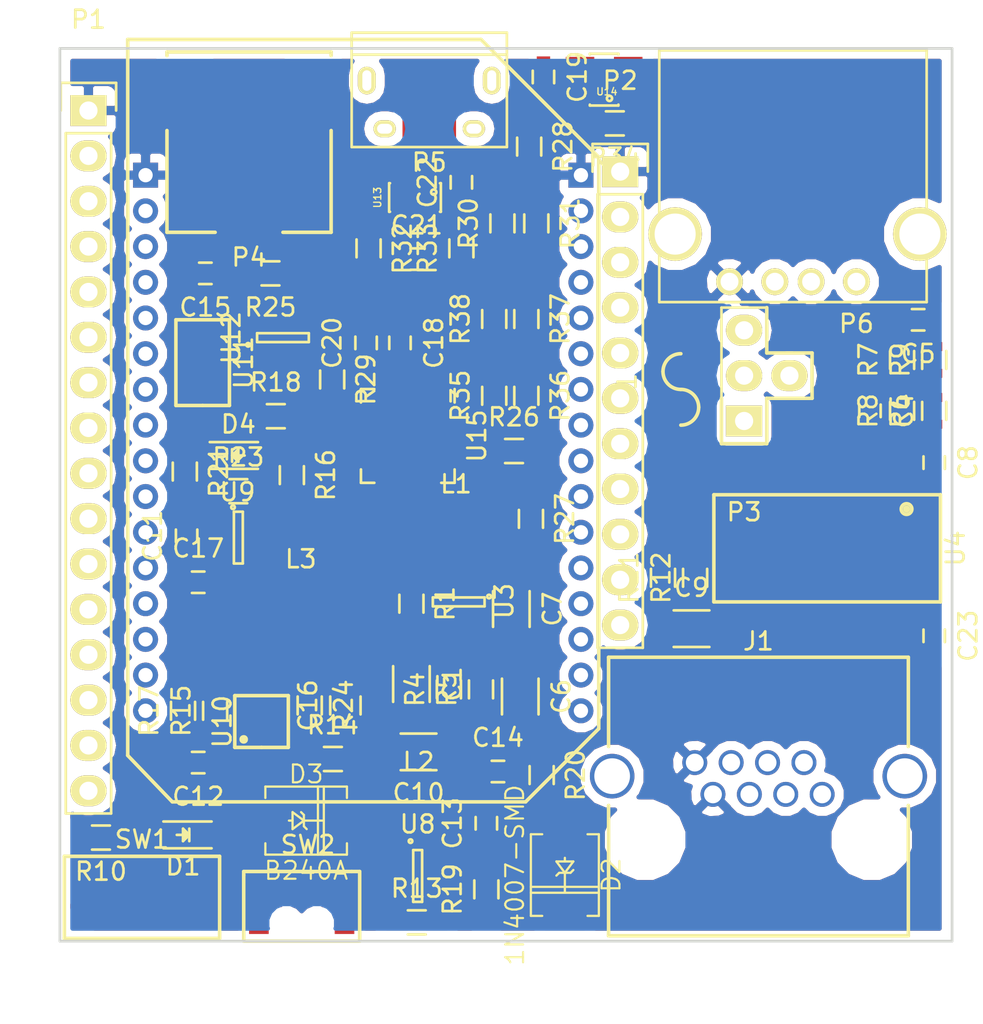
<source format=kicad_pcb>
(kicad_pcb (version 4) (host pcbnew 4.0.3-stable)
  (layers (0 F.Cu signal) (31 B.Cu signal) (34 B.Paste user) (35 F.Paste user) (36 B.SilkS user) (37 F.SilkS user) (38 B.Mask user) (39 F.Mask user) (44 Edge.Cuts user))
  (net 0 "")
  (net 1 +5V)
  (net 2 GND)
  (net 3 +3.3VP)
  (net 4 "Net-(C4-Pad1)")
  (net 5 "Net-(C5-Pad1)")
  (net 6 "Net-(C6-Pad1)")
  (net 7 "Net-(C6-Pad2)")
  (net 8 +3V3)
  (net 9 /ETH_SHIELD)
  (net 10 VDD)
  (net 11 +5VD)
  (net 12 "Net-(C12-Pad1)")
  (net 13 "Net-(C13-Pad1)")
  (net 14 "Net-(C13-Pad2)")
  (net 15 +5P)
  (net 16 "Net-(C15-Pad1)")
  (net 17 /BAT_-)
  (net 18 VPP)
  (net 19 "Net-(C20-Pad1)")
  (net 20 "Net-(D1-Pad2)")
  (net 21 "Net-(D2-Pad2)")
  (net 22 "Net-(D4-Pad1)")
  (net 23 "Net-(F1-Pad2)")
  (net 24 "Net-(J1-Pad6)")
  (net 25 "Net-(J1-Pad3)")
  (net 26 "Net-(J1-Pad2)")
  (net 27 "Net-(J1-Pad1)")
  (net 28 /GPIO18)
  (net 29 /LBO)
  (net 30 /GPIO19)
  (net 31 "Net-(L1-Pad1)")
  (net 32 "Net-(L3-Pad1)")
  (net 33 /GPIO11)
  (net 34 /GPIO3)
  (net 35 /GPIO2)
  (net 36 /GPIO17)
  (net 37 /GPIO16)
  (net 38 /GPIO15)
  (net 39 /GPIO46)
  (net 40 /GPIO45)
  (net 41 /GPIO9)
  (net 42 /GPIO8)
  (net 43 /GPIO7)
  (net 44 /GPIO6)
  (net 45 /GPIO1)
  (net 46 /GPIO0)
  (net 47 /RST)
  (net 48 /UH_+)
  (net 49 /UH_-)
  (net 50 /RX0)
  (net 51 /TX0)
  (net 52 /FW_RST)
  (net 53 /ETH_TX-)
  (net 54 /ETH_TX+)
  (net 55 /ETH_RX-)
  (net 56 /ETH_RX+)
  (net 57 /GPIO4)
  (net 58 /GPIO5)
  (net 59 +5VP)
  (net 60 /USB_S_-)
  (net 61 /USB_S_+)
  (net 62 "Net-(P5-Pad4)")
  (net 63 "Net-(P5-Pad6)")
  (net 64 /UH_S_+)
  (net 65 /UH_S_-)
  (net 66 "Net-(P6-Pad5)")
  (net 67 /PWRON)
  (net 68 /CHRG_STAT)
  (net 69 "Net-(R7-Pad2)")
  (net 70 "Net-(R11-Pad2)")
  (net 71 "Net-(R12-Pad2)")
  (net 72 "Net-(R14-Pad1)")
  (net 73 "Net-(R16-Pad2)")
  (net 74 "Net-(R18-Pad2)")
  (net 75 "Net-(R19-Pad2)")
  (net 76 "Net-(R27-Pad2)")
  (net 77 "Net-(R29-Pad2)")
  (net 78 /UH_R_-)
  (net 79 /UH_R_+)
  (net 80 /USB_R_-)
  (net 81 /USB_-)
  (net 82 /USB_+)
  (net 83 /USB_R_+)
  (net 84 /U_TX)
  (net 85 /U_RX)
  (net 86 "Net-(SW1-Pad3)")
  (net 87 "Net-(U4-Pad4)")
  (net 88 "Net-(U4-Pad5)")
  (net 89 "Net-(U4-Pad12)")
  (net 90 "Net-(U4-Pad13)")
  (net 91 "Net-(U11-Pad1)")
  (net 92 /OD)
  (net 93 /OC)
  (net 94 "Net-(U11-Pad8)")
  (net 95 "Net-(U12-Pad4)")
  (net 96 "Net-(U15-Pad1)")
  (net 97 "Net-(U15-Pad2)")
  (net 98 "Net-(U15-Pad10)")
  (net 99 "Net-(U15-Pad12)")
  (net 100 "Net-(U15-Pad13)")
  (net 101 "Net-(U15-Pad14)")
  (net 102 "Net-(U15-Pad15)")
  (net 103 "Net-(U15-Pad16)")
  (net 104 "Net-(U15-Pad17)")
  (net 105 "Net-(U15-Pad18)")
  (net 106 "Net-(U15-Pad19)")
  (net 107 "Net-(U15-Pad20)")
  (net 108 "Net-(U15-Pad21)")
  (net 109 "Net-(U15-Pad22)")
  (net 110 "Net-(U15-Pad23)")
  (net 111 "Net-(U15-Pad24)")
  (net 112 "Net-(U15-Pad27)")
  (net 113 "Net-(U15-Pad28)")
  (module Capacitors_SMD:C_1206 (layer F.Cu) (at 39.7 55.6 270)
    (fp_text reference C1 (at 0 -2.3 270) (layer F.SilkS))
    (fp_text value 10uF)
    (pad 1 smd rect (at -1.5 0 270) (size 1 1.6) (layers F.Cu F.Paste F.Mask) (net 1 +5V))
    (pad 2 smd rect (at 1.5 0 270) (size 1 1.6) (layers F.Cu F.Paste F.Mask) (net 2 GND))
  )
  (module Capacitors_SMD:C_0603 (layer F.Cu) (at 65.4 40.3 270)
    (fp_text reference C4 (at 0 -1.9 270) (layer F.SilkS))
    (fp_text value 100nF)
    (pad 1 smd rect (at -0.75 0 270) (size 0.8 0.75) (layers F.Cu F.Paste F.Mask) (net 4 "Net-(C4-Pad1)"))
    (pad 2 smd rect (at 0.75 0 270) (size 0.8 0.75) (layers F.Cu F.Paste F.Mask) (net 2 GND))
  )
  (module Capacitors_SMD:C_0603 (layer F.Cu) (at 68.1 35.2 180)
    (fp_text reference C5 (at 0 -1.9 180) (layer F.SilkS))
    (fp_text value 100nF)
    (pad 1 smd rect (at -0.75 0 180) (size 0.8 0.75) (layers F.Cu F.Paste F.Mask) (net 5 "Net-(C5-Pad1)"))
    (pad 2 smd rect (at 0.75 0 180) (size 0.8 0.75) (layers F.Cu F.Paste F.Mask) (net 2 GND))
  )
  (module Capacitors_SMD:C_1206 (layer F.Cu) (at 45.8 56.3 270)
    (fp_text reference C6 (at 0 -2.3 270) (layer F.SilkS))
    (fp_text value 22nF)
    (pad 1 smd rect (at -1.5 0 270) (size 1 1.6) (layers F.Cu F.Paste F.Mask) (net 6 "Net-(C6-Pad1)"))
    (pad 2 smd rect (at 1.5 0 270) (size 1 1.6) (layers F.Cu F.Paste F.Mask) (net 7 "Net-(C6-Pad2)"))
  )
  (module Capacitors_SMD:C_1206 (layer F.Cu) (at 45.3 51.4 270)
    (fp_text reference C7 (at 0 -2.3 270) (layer F.SilkS))
    (fp_text value 10uF)
    (pad 1 smd rect (at -1.5 0 270) (size 1 1.6) (layers F.Cu F.Paste F.Mask) (net 8 +3V3))
    (pad 2 smd rect (at 1.5 0 270) (size 1 1.6) (layers F.Cu F.Paste F.Mask) (net 2 GND))
  )
  (module Capacitors_SMD:C_0603 (layer F.Cu) (at 69 43.2 270)
    (fp_text reference C8 (at 0 -1.9 270) (layer F.SilkS))
    (fp_text value 1uF)
    (pad 1 smd rect (at -0.75 0 270) (size 0.8 0.75) (layers F.Cu F.Paste F.Mask) (net 2 GND))
    (pad 2 smd rect (at 0.75 0 270) (size 0.8 0.75) (layers F.Cu F.Paste F.Mask) (net 3 +3.3VP))
  )
  (module Capacitors_SMD:C_1206 (layer F.Cu) (at 55.4 52.5)
    (fp_text reference C9 (at 0 -2.3) (layer F.SilkS))
    (fp_text value 1nF/2kV)
    (pad 1 smd rect (at -1.5 0) (size 1 1.6) (layers F.Cu F.Paste F.Mask) (net 9 /ETH_SHIELD))
    (pad 2 smd rect (at 1.5 0) (size 1 1.6) (layers F.Cu F.Paste F.Mask) (net 2 GND))
  )
  (module Capacitors_SMD:C_1206 (layer F.Cu) (at 40.1 59.4 180)
    (fp_text reference C10 (at 0 -2.3 180) (layer F.SilkS))
    (fp_text value 10uF/50V)
    (pad 1 smd rect (at -1.5 0 180) (size 1 1.6) (layers F.Cu F.Paste F.Mask) (net 10 VDD))
    (pad 2 smd rect (at 1.5 0 180) (size 1 1.6) (layers F.Cu F.Paste F.Mask) (net 2 GND))
  )
  (module Capacitors_SMD:C_0603 (layer F.Cu) (at 27.1 47.3 90)
    (fp_text reference C11 (at 0 -1.9 90) (layer F.SilkS))
    (fp_text value 4.7uF)
    (pad 1 smd rect (at -0.75 0 90) (size 0.8 0.75) (layers F.Cu F.Paste F.Mask) (net 2 GND))
    (pad 2 smd rect (at 0.75 0 90) (size 0.8 0.75) (layers F.Cu F.Paste F.Mask) (net 11 +5VD))
  )
  (module Capacitors_SMD:C_0603 (layer F.Cu) (at 27.75 60 180)
    (fp_text reference C12 (at 0 -1.9 180) (layer F.SilkS))
    (fp_text value 100nF)
    (pad 1 smd rect (at -0.75 0 180) (size 0.8 0.75) (layers F.Cu F.Paste F.Mask) (net 12 "Net-(C12-Pad1)"))
    (pad 2 smd rect (at 0.75 0 180) (size 0.8 0.75) (layers F.Cu F.Paste F.Mask) (net 2 GND))
  )
  (module Capacitors_SMD:C_0603 (layer F.Cu) (at 43.9 63.4 90)
    (fp_text reference C13 (at 0 -1.9 90) (layer F.SilkS))
    (fp_text value 22nF)
    (pad 1 smd rect (at -0.75 0 90) (size 0.8 0.75) (layers F.Cu F.Paste F.Mask) (net 13 "Net-(C13-Pad1)"))
    (pad 2 smd rect (at 0.75 0 90) (size 0.8 0.75) (layers F.Cu F.Paste F.Mask) (net 14 "Net-(C13-Pad2)"))
  )
  (module Capacitors_SMD:C_0603 (layer F.Cu) (at 44.55 60.5)
    (fp_text reference C14 (at 0 -1.9) (layer F.SilkS))
    (fp_text value 4.7uF)
    (pad 1 smd rect (at -0.75 0) (size 0.8 0.75) (layers F.Cu F.Paste F.Mask) (net 15 +5P))
    (pad 2 smd rect (at 0.75 0) (size 0.8 0.75) (layers F.Cu F.Paste F.Mask) (net 2 GND))
  )
  (module Capacitors_SMD:C_0603 (layer F.Cu) (at 28.15 32.6 180)
    (fp_text reference C15 (at 0 -1.9 180) (layer F.SilkS))
    (fp_text value 100nF)
    (pad 1 smd rect (at -0.75 0 180) (size 0.8 0.75) (layers F.Cu F.Paste F.Mask) (net 16 "Net-(C15-Pad1)"))
    (pad 2 smd rect (at 0.75 0 180) (size 0.8 0.75) (layers F.Cu F.Paste F.Mask) (net 17 /BAT_-))
  )
  (module Capacitors_SMD:C_0805 (layer F.Cu) (at 36 56.8 90)
    (fp_text reference C16 (at 0 -2.1 90) (layer F.SilkS))
    (fp_text value 47uF)
    (pad 1 smd rect (at -1 0 90) (size 1 1.25) (layers F.Cu F.Paste F.Mask) (net 2 GND))
    (pad 2 smd rect (at 1 0 90) (size 1 1.25) (layers F.Cu F.Paste F.Mask) (net 18 VPP))
  )
  (module Capacitors_SMD:C_0603 (layer F.Cu) (at 27.75 49.9)
    (fp_text reference C17 (at 0 -1.9) (layer F.SilkS))
    (fp_text value 4.7uF)
    (pad 1 smd rect (at -0.75 0) (size 0.8 0.75) (layers F.Cu F.Paste F.Mask) (net 2 GND))
    (pad 2 smd rect (at 0.75 0) (size 0.8 0.75) (layers F.Cu F.Paste F.Mask) (net 18 VPP))
  )
  (module Capacitors_SMD:C_0603 (layer F.Cu) (at 39.058698 36.493492 270)
    (fp_text reference C18 (at 0 -1.9 270) (layer F.SilkS))
    (fp_text value 1uF)
    (pad 1 smd rect (at -0.75 0 270) (size 0.8 0.75) (layers F.Cu F.Paste F.Mask) (net 2 GND))
    (pad 2 smd rect (at 0.75 0 270) (size 0.8 0.75) (layers F.Cu F.Paste F.Mask) (net 1 +5V))
  )
  (module Capacitors_SMD:C_0603 (layer F.Cu) (at 47.1 21.6 270)
    (fp_text reference C19 (at 0 -1.9 270) (layer F.SilkS))
    (fp_text value 100nF)
    (pad 1 smd rect (at -0.75 0 270) (size 0.8 0.75) (layers F.Cu F.Paste F.Mask) (net 2 GND))
    (pad 2 smd rect (at 0.75 0 270) (size 0.8 0.75) (layers F.Cu F.Paste F.Mask) (net 1 +5V))
  )
  (module Capacitors_SMD:C_0603 (layer F.Cu) (at 37.158698 36.493492 90)
    (fp_text reference C20 (at 0 -1.9 90) (layer F.SilkS))
    (fp_text value 100nF)
    (pad 1 smd rect (at -0.75 0 90) (size 0.8 0.75) (layers F.Cu F.Paste F.Mask) (net 19 "Net-(C20-Pad1)"))
    (pad 2 smd rect (at 0.75 0 90) (size 0.8 0.75) (layers F.Cu F.Paste F.Mask) (net 2 GND))
  )
  (module Capacitors_SMD:C_0603 (layer F.Cu) (at 40 31.8)
    (fp_text reference C21 (at 0 -1.9) (layer F.SilkS))
    (fp_text value 100nF)
    (pad 1 smd rect (at -0.75 0) (size 0.8 0.75) (layers F.Cu F.Paste F.Mask) (net 2 GND))
    (pad 2 smd rect (at 0.75 0) (size 0.8 0.75) (layers F.Cu F.Paste F.Mask) (net 11 +5VD))
  )
  (module Capacitors_SMD:C_0603 (layer F.Cu) (at 42.5 27.5 90)
    (fp_text reference C22 (at 0 -1.9 90) (layer F.SilkS))
    (fp_text value 4.7uF)
    (pad 1 smd rect (at -0.75 0 90) (size 0.8 0.75) (layers F.Cu F.Paste F.Mask) (net 2 GND))
    (pad 2 smd rect (at 0.75 0 90) (size 0.8 0.75) (layers F.Cu F.Paste F.Mask) (net 11 +5VD))
  )
  (module Capacitors_SMD:C_0603 (layer F.Cu) (at 69 52.9 270)
    (fp_text reference C23 (at 0 -1.9 270) (layer F.SilkS))
    (fp_text value 4.7uF)
    (pad 1 smd rect (at -0.75 0 270) (size 0.8 0.75) (layers F.Cu F.Paste F.Mask) (net 2 GND))
    (pad 2 smd rect (at 0.75 0 270) (size 0.8 0.75) (layers F.Cu F.Paste F.Mask) (net 1 +5V))
  )
  (module LEDs:LED_0805 (layer F.Cu) (at 26.9 64.05 180)
    (fp_text reference D1 (at 0 -1.75 180) (layer F.SilkS))
    (fp_text value Led_Small)
    (pad 2 smd rect (at 1.04902 0) (size 1.19888 1.19888) (layers F.Cu F.Paste F.Mask) (net 20 "Net-(D1-Pad2)"))
    (pad 1 smd rect (at -1.04902 0) (size 1.19888 1.19888) (layers F.Cu F.Paste F.Mask) (net 2 GND))
  )
  (module Omega2-Berrydock:DO-214AC.SMA (layer F.Cu) (at 48.3 66.3 270)
    (fp_text reference D2 (at 0 -2.60096 270) (layer F.SilkS) (effects (font (size 1.00076 1.00076) (thickness 0.11938))))
    (fp_text value 1N4007-SMD (at 0 2.79908 270) (layer F.SilkS) (effects (font (size 1.00076 1.00076) (thickness 0.11938))))
    (pad 2 smd rect (at -2.3 0 270) (size 1.6002 2.19964) (layers F.Cu F.Paste F.Mask) (net 21 "Net-(D2-Pad2)"))
    (pad 1 smd rect (at 2.3 0 270) (size 1.6002 2.19964) (layers F.Cu F.Paste F.Mask) (net 10 VDD))
  )
  (module Omega2-Berrydock:DO-214AC.SMA (layer F.Cu) (at 33.8 63.25)
    (fp_text reference D3 (at 0 -2.60096) (layer F.SilkS) (effects (font (size 1.00076 1.00076) (thickness 0.11938))))
    (fp_text value B240A (at 0 2.79908) (layer F.SilkS) (effects (font (size 1.00076 1.00076) (thickness 0.11938))))
    (pad 2 smd rect (at -2.3 0) (size 1.6002 2.19964) (layers F.Cu F.Paste F.Mask) (net 2 GND))
    (pad 1 smd rect (at 2.3 0) (size 1.6002 2.19964) (layers F.Cu F.Paste F.Mask) (net 14 "Net-(C13-Pad2)"))
  )
  (module LEDs:LED_0805 (layer F.Cu) (at 30 42.8)
    (fp_text reference D4 (at 0 -1.75) (layer F.SilkS))
    (fp_text value Led_Small)
    (pad 2 smd rect (at 1.04902 0 180) (size 1.19888 1.19888) (layers F.Cu F.Paste F.Mask) (net 11 +5VD))
    (pad 1 smd rect (at -1.04902 0 180) (size 1.19888 1.19888) (layers F.Cu F.Paste F.Mask) (net 22 "Net-(D4-Pad1)"))
  )
  (module Omega2-Berrydock:FUSE-1812 (layer F.Cu) (at 54.8 39.1 270)
    (fp_text reference F1 (at 0 3 270) (layer F.SilkS))
    (fp_text value 1A/8V)
    (pad 1 smd rect (at -3.4 0 270) (size 2 3.2) (layers F.Cu F.Paste F.Mask) (net 1 +5V))
    (pad 2 smd rect (at 3.4 0 270) (size 2 3.2) (layers F.Cu F.Paste F.Mask) (net 23 "Net-(F1-Pad2)"))
  )
  (module Omega2-Berrydock:RJ45-SHIELDED (layer F.Cu) (at 59.15 60)
    (fp_text reference J1 (at 0 -6.8 180) (layer F.SilkS))
    (fp_text value RJ45)
    (pad 8 thru_hole circle (at -3.57 0) (size 1.4 1.4) (drill 1) (layers *.Cu *.Mask) (net 2 GND))
    (pad 7 thru_hole circle (at -2.55 1.78) (size 1.4 1.4) (drill 1) (layers *.Cu *.Mask) (net 2 GND))
    (pad 6 thru_hole circle (at -1.53 0) (size 1.4 1.4) (drill 1) (layers *.Cu *.Mask) (net 24 "Net-(J1-Pad6)"))
    (pad 5 thru_hole circle (at -0.51 1.78) (size 1.4 1.4) (drill 1) (layers *.Cu *.Mask) (net 21 "Net-(D2-Pad2)"))
    (pad 4 thru_hole circle (at 0.51 0) (size 1.4 1.4) (drill 1) (layers *.Cu *.Mask) (net 21 "Net-(D2-Pad2)"))
    (pad 3 thru_hole circle (at 1.53 1.78) (size 1.4 1.4) (drill 1) (layers *.Cu *.Mask) (net 25 "Net-(J1-Pad3)"))
    (pad 2 thru_hole circle (at 2.55 0) (size 1.4 1.4) (drill 1) (layers *.Cu *.Mask) (net 26 "Net-(J1-Pad2)"))
    (pad 1 thru_hole circle (at 3.57 1.78) (size 1.4 1.4) (drill 1) (layers *.Cu *.Mask) (net 27 "Net-(J1-Pad1)"))
    (pad 9 thru_hole circle (at 8.2 0.76) (size 2.5 2.5) (drill 2) (layers *.Cu *.Mask) (net 9 /ETH_SHIELD))
    (pad 9 thru_hole circle (at -8.2 0.76) (size 2.5 2.5) (drill 2) (layers *.Cu *.Mask) (net 9 /ETH_SHIELD))
    (pad "" np_thru_hole circle (at -6.35 4.32) (size 3.5 3.5) (drill 3.5) (layers *.Cu *.Mask))
    (pad "" np_thru_hole circle (at 6.35 4.32) (size 3.5 3.5) (drill 3.5) (layers *.Cu *.Mask F.Adhes))
  )
  (module Omega2-Berrydock:CD32 (layer F.Cu) (at 42.2 47.1 90)
    (fp_text reference L1 (at 2.7 0 180) (layer F.SilkS))
    (fp_text value 4.7uH/1A)
    (pad 2 smd rect (at 0 1.5 90) (size 3.2 2) (layers F.Cu F.Paste F.Mask) (net 8 +3V3))
    (pad 1 smd rect (at 0 -1.5 90) (size 3.2 2) (layers F.Cu F.Paste F.Mask) (net 31 "Net-(L1-Pad1)"))
  )
  (module Omega2-Berrydock:CD32 (layer F.Cu) (at 40.1 62.65 90)
    (fp_text reference L2 (at 2.7 0 180) (layer F.SilkS))
    (fp_text value 4.7uH)
    (pad 2 smd rect (at 0 1.5 90) (size 3.2 2) (layers F.Cu F.Paste F.Mask) (net 15 +5P))
    (pad 1 smd rect (at 0 -1.5 90) (size 3.2 2) (layers F.Cu F.Paste F.Mask) (net 14 "Net-(C13-Pad2)"))
  )
  (module Omega2-Berrydock:CD43 (layer F.Cu) (at 33.5 51.9 90)
    (fp_text reference L3 (at 3.3 0 180) (layer F.SilkS))
    (fp_text value 10uH)
    (pad 2 smd rect (at 0 2.05 90) (size 4.5 2.9) (layers F.Cu F.Paste F.Mask) (net 18 VPP))
    (pad 1 smd rect (at 0 -2.05 90) (size 4.5 2.9) (layers F.Cu F.Paste F.Mask) (net 32 "Net-(L3-Pad1)"))
  )
  (module Pin_Headers:Pin_Header_Straight_1x16 (layer F.Cu) (at 21.6 23.48)
    (fp_text reference P1 (at 0 -5.1) (layer F.SilkS))
    (fp_text value CONN_01X16)
    (pad 1 thru_hole rect (at 0 0) (size 2.032 1.7272) (drill 1.016) (layers *.Cu *.Mask F.SilkS) (net 2 GND))
    (pad 2 thru_hole oval (at 0 2.54) (size 2.032 1.7272) (drill 1.016) (layers *.Cu *.Mask F.SilkS) (net 33 /GPIO11))
    (pad 3 thru_hole oval (at 0 5.08) (size 2.032 1.7272) (drill 1.016) (layers *.Cu *.Mask F.SilkS) (net 34 /GPIO3))
    (pad 4 thru_hole oval (at 0 7.62) (size 2.032 1.7272) (drill 1.016) (layers *.Cu *.Mask F.SilkS) (net 35 /GPIO2))
    (pad 5 thru_hole oval (at 0 10.16) (size 2.032 1.7272) (drill 1.016) (layers *.Cu *.Mask F.SilkS) (net 36 /GPIO17))
    (pad 6 thru_hole oval (at 0 12.7) (size 2.032 1.7272) (drill 1.016) (layers *.Cu *.Mask F.SilkS) (net 37 /GPIO16))
    (pad 7 thru_hole oval (at 0 15.24) (size 2.032 1.7272) (drill 1.016) (layers *.Cu *.Mask F.SilkS) (net 38 /GPIO15))
    (pad 8 thru_hole oval (at 0 17.78) (size 2.032 1.7272) (drill 1.016) (layers *.Cu *.Mask F.SilkS) (net 39 /GPIO46))
    (pad 9 thru_hole oval (at 0 20.32) (size 2.032 1.7272) (drill 1.016) (layers *.Cu *.Mask F.SilkS) (net 40 /GPIO45))
    (pad 10 thru_hole oval (at 0 22.86) (size 2.032 1.7272) (drill 1.016) (layers *.Cu *.Mask F.SilkS) (net 41 /GPIO9))
    (pad 11 thru_hole oval (at 0 25.4) (size 2.032 1.7272) (drill 1.016) (layers *.Cu *.Mask F.SilkS) (net 42 /GPIO8))
    (pad 12 thru_hole oval (at 0 27.94) (size 2.032 1.7272) (drill 1.016) (layers *.Cu *.Mask F.SilkS) (net 43 /GPIO7))
    (pad 13 thru_hole oval (at 0 30.48) (size 2.032 1.7272) (drill 1.016) (layers *.Cu *.Mask F.SilkS) (net 44 /GPIO6))
    (pad 14 thru_hole oval (at 0 33.02) (size 2.032 1.7272) (drill 1.016) (layers *.Cu *.Mask F.SilkS) (net 45 /GPIO1))
    (pad 15 thru_hole oval (at 0 35.56) (size 2.032 1.7272) (drill 1.016) (layers *.Cu *.Mask F.SilkS) (net 46 /GPIO0))
    (pad 16 thru_hole oval (at 0 38.1) (size 2.032 1.7272) (drill 1.016) (layers *.Cu *.Mask F.SilkS) (net 47 /RST))
  )
  (module Omega2-Berrydock:PWR-SELECT (layer F.Cu) (at 58.346 40.868 180)
    (fp_text reference P3 (at 0 -5.1 180) (layer F.SilkS))
    (fp_text value CONN_01X04)
    (pad 1 thru_hole rect (at 0 0 180) (size 2.032 1.7272) (drill 1.016) (layers *.Cu *.Mask F.SilkS) (net 59 +5VP))
    (pad 3 thru_hole oval (at 0 5.08 180) (size 2.032 1.7272) (drill 1.016) (layers *.Cu *.Mask F.SilkS) (net 15 +5P))
    (pad 2 thru_hole oval (at -2.54 2.54 180) (size 2.032 1.7272) (drill 1.016) (layers *.Cu *.Mask F.SilkS) (net 11 +5VD))
    (pad 4 thru_hole oval (at 0 2.54 180) (size 2.032 1.7272) (drill 1.016) (layers *.Cu *.Mask F.SilkS) (net 23 "Net-(F1-Pad2)"))
  )
  (module Omega2-Berrydock:JST-RIGHT-ANGLE (layer F.Cu) (at 30.6 28.3 180)
    (fp_text reference P4 (at 0 -3.4 180) (layer F.SilkS))
    (fp_text value CONN_01X03)
    (pad 1 smd rect (at -1 0 180) (size 1 4) (layers F.Cu F.Paste F.Mask) (net 18 VPP))
    (pad 2 smd rect (at 1 0 180) (size 1 4) (layers F.Cu F.Paste F.Mask) (net 17 /BAT_-))
    (pad 3 smd rect (at -3.6 5.8 180) (size 2 3.4) (layers F.Cu F.Paste F.Mask) (net 2 GND))
    (pad 3 smd rect (at 3.6 5.8 180) (size 2 3.4) (layers F.Cu F.Paste F.Mask) (net 2 GND))
  )
  (module Connect:USB_Micro-B (layer F.Cu) (at 40.7 22.93746 180)
    (fp_text reference P5 (at 0 -3.45 180) (layer F.SilkS))
    (fp_text value USB_OTG)
    (pad 1 smd rect (at -1.3009 -1.56254 270) (size 1.35 0.4) (layers F.Cu F.Paste F.Mask) (net 11 +5VD))
    (pad 2 smd rect (at -0.6509 -1.56254 270) (size 1.35 0.4) (layers F.Cu F.Paste F.Mask) (net 60 /USB_S_-))
    (pad 3 smd rect (at -0.0009 -1.56254 270) (size 1.35 0.4) (layers F.Cu F.Paste F.Mask) (net 61 /USB_S_+))
    (pad 4 smd rect (at 0.6491 -1.56254 270) (size 1.35 0.4) (layers F.Cu F.Paste F.Mask) (net 62 "Net-(P5-Pad4)"))
    (pad 5 smd rect (at 1.2991 -1.56254 270) (size 1.35 0.4) (layers F.Cu F.Paste F.Mask) (net 2 GND))
    (pad 6 thru_hole oval (at -2.5009 -1.56254 270) (size 0.95 1.25) (drill oval 0.55 0.85) (layers *.Cu *.Mask F.SilkS) (net 63 "Net-(P5-Pad6)"))
    (pad 6 thru_hole oval (at 2.4991 -1.56254 270) (size 0.95 1.25) (drill oval 0.55 0.85) (layers *.Cu *.Mask F.SilkS) (net 63 "Net-(P5-Pad6)"))
    (pad 6 thru_hole oval (at -3.5009 1.13746 270) (size 1.55 1) (drill oval 1.15 0.5) (layers *.Cu *.Mask F.SilkS) (net 63 "Net-(P5-Pad6)"))
    (pad 6 thru_hole oval (at 3.4991 1.13746 270) (size 1.55 1) (drill oval 1.15 0.5) (layers *.Cu *.Mask F.SilkS) (net 63 "Net-(P5-Pad6)"))
  )
  (module Connect:USB_A (layer F.Cu) (at 64.64086 33.06488 180)
    (fp_text reference P6 (at 0 -2.35 180) (layer F.SilkS))
    (fp_text value USB_A)
    (pad 4 thru_hole circle (at 7.11286 -0.00212 90) (size 1.50114 1.50114) (drill 1.00076) (layers *.Cu *.Mask F.SilkS) (net 2 GND))
    (pad 3 thru_hole circle (at 4.57286 -0.00212 90) (size 1.50114 1.50114) (drill 1.00076) (layers *.Cu *.Mask F.SilkS) (net 64 /UH_S_+))
    (pad 2 thru_hole circle (at 2.54086 -0.00212 90) (size 1.50114 1.50114) (drill 1.00076) (layers *.Cu *.Mask F.SilkS) (net 65 /UH_S_-))
    (pad 1 thru_hole circle (at 0.00086 -0.00212 90) (size 1.50114 1.50114) (drill 1.00076) (layers *.Cu *.Mask F.SilkS) (net 1 +5V))
    (pad 5 thru_hole circle (at 10.16086 2.66488 90) (size 2.99974 2.99974) (drill 2.30124) (layers *.Cu *.Mask F.SilkS) (net 66 "Net-(P6-Pad5)"))
    (pad 5 thru_hole circle (at -3.55514 2.66488 90) (size 2.99974 2.99974) (drill 2.30124) (layers *.Cu *.Mask F.SilkS) (net 66 "Net-(P6-Pad5)"))
  )
  (module Resistors_SMD:R_0603_HandSoldering (layer F.Cu) (at 39.7 51.1 270)
    (fp_text reference R1 (at 0 -1.9 270) (layer F.SilkS))
    (fp_text value 10K)
    (pad 1 smd rect (at -1.1 0 270) (size 1.2 0.9) (layers F.Cu F.Paste F.Mask) (net 67 /PWRON))
    (pad 2 smd rect (at 1.1 0 270) (size 1.2 0.9) (layers F.Cu F.Paste F.Mask) (net 2 GND))
  )
  (module Resistors_SMD:R_0603_HandSoldering (layer F.Cu) (at 41.8 55.9 90)
    (fp_text reference R4 (at 0 -1.9 270) (layer F.SilkS))
    (fp_text value 10K)
    (pad 1 smd rect (at -1.1 0 90) (size 1.2 0.9) (layers F.Cu F.Paste F.Mask) (net 2 GND))
    (pad 2 smd rect (at 1.1 0 90) (size 1.2 0.9) (layers F.Cu F.Paste F.Mask) (net 6 "Net-(C6-Pad1)"))
  )
  (module Resistors_SMD:R_0603_HandSoldering (layer F.Cu) (at 43.6 55.9 90)
    (fp_text reference R5 (at 0 -1.9 90) (layer F.SilkS))
    (fp_text value 10K)
    (pad 1 smd rect (at -1.1 0 90) (size 1.2 0.9) (layers F.Cu F.Paste F.Mask) (net 7 "Net-(C6-Pad2)"))
    (pad 2 smd rect (at 1.1 0 90) (size 1.2 0.9) (layers F.Cu F.Paste F.Mask) (net 6 "Net-(C6-Pad1)"))
  )
  (module Resistors_SMD:R_0603_HandSoldering (layer F.Cu) (at 22.3 64.2 180)
    (fp_text reference R10 (at 0 -1.9 180) (layer F.SilkS))
    (fp_text value 1K)
    (pad 1 smd rect (at -1.1 0 180) (size 1.2 0.9) (layers F.Cu F.Paste F.Mask) (net 20 "Net-(D1-Pad2)"))
    (pad 2 smd rect (at 1.1 0 180) (size 1.2 0.9) (layers F.Cu F.Paste F.Mask) (net 8 +3V3))
  )
  (module Resistors_SMD:R_0603_HandSoldering (layer F.Cu) (at 40 68.95)
    (fp_text reference R13 (at 0 -1.9) (layer F.SilkS))
    (fp_text value 10K)
    (pad 1 smd rect (at -1.1 0) (size 1.2 0.9) (layers F.Cu F.Paste F.Mask) (net 67 /PWRON))
    (pad 2 smd rect (at 1.1 0) (size 1.2 0.9) (layers F.Cu F.Paste F.Mask) (net 2 GND))
  )
  (module Resistors_SMD:R_0603_HandSoldering (layer F.Cu) (at 35.3 59.8)
    (fp_text reference R14 (at 0 -1.9) (layer F.SilkS))
    (fp_text value 20K)
    (pad 1 smd rect (at -1.1 0) (size 1.2 0.9) (layers F.Cu F.Paste F.Mask) (net 72 "Net-(R14-Pad1)"))
    (pad 2 smd rect (at 1.1 0) (size 1.2 0.9) (layers F.Cu F.Paste F.Mask) (net 18 VPP))
  )
  (module Resistors_SMD:R_0603_HandSoldering (layer F.Cu) (at 28.7 57.1 90)
    (fp_text reference R15 (at 0 -1.9 90) (layer F.SilkS))
    (fp_text value 10K)
    (pad 1 smd rect (at -1.1 0 90) (size 1.2 0.9) (layers F.Cu F.Paste F.Mask) (net 72 "Net-(R14-Pad1)"))
    (pad 2 smd rect (at 1.1 0 90) (size 1.2 0.9) (layers F.Cu F.Paste F.Mask) (net 2 GND))
  )
  (module Resistors_SMD:R_0603_HandSoldering (layer F.Cu) (at 33 43.9 270)
    (fp_text reference R16 (at 0 -1.9 270) (layer F.SilkS))
    (fp_text value 2K)
    (pad 1 smd rect (at -1.1 0 270) (size 1.2 0.9) (layers F.Cu F.Paste F.Mask) (net 2 GND))
    (pad 2 smd rect (at 1.1 0 270) (size 1.2 0.9) (layers F.Cu F.Paste F.Mask) (net 73 "Net-(R16-Pad2)"))
  )
  (module Resistors_SMD:R_0603_HandSoldering (layer F.Cu) (at 26.9 57.1 90)
    (fp_text reference R17 (at 0 -1.9 90) (layer F.SilkS))
    (fp_text value 200K)
    (pad 1 smd rect (at -1.1 0 90) (size 1.2 0.9) (layers F.Cu F.Paste F.Mask) (net 8 +3V3))
    (pad 2 smd rect (at 1.1 0 90) (size 1.2 0.9) (layers F.Cu F.Paste F.Mask) (net 29 /LBO))
  )
  (module Resistors_SMD:R_0603_HandSoldering (layer F.Cu) (at 32.1 40.6)
    (fp_text reference R18 (at 0 -1.9) (layer F.SilkS))
    (fp_text value 1K)
    (pad 1 smd rect (at -1.1 0) (size 1.2 0.9) (layers F.Cu F.Paste F.Mask) (net 2 GND))
    (pad 2 smd rect (at 1.1 0) (size 1.2 0.9) (layers F.Cu F.Paste F.Mask) (net 74 "Net-(R18-Pad2)"))
  )
  (module Resistors_SMD:R_0603_HandSoldering (layer F.Cu) (at 43.9 67.1 90)
    (fp_text reference R19 (at 0 -1.9 90) (layer F.SilkS))
    (fp_text value 28.7K)
    (pad 1 smd rect (at -1.1 0 90) (size 1.2 0.9) (layers F.Cu F.Paste F.Mask) (net 2 GND))
    (pad 2 smd rect (at 1.1 0 90) (size 1.2 0.9) (layers F.Cu F.Paste F.Mask) (net 75 "Net-(R19-Pad2)"))
  )
  (module Resistors_SMD:R_0603_HandSoldering (layer F.Cu) (at 47 60.7 270)
    (fp_text reference R20 (at 0 -1.9 270) (layer F.SilkS))
    (fp_text value 150K)
    (pad 1 smd rect (at -1.1 0 270) (size 1.2 0.9) (layers F.Cu F.Paste F.Mask) (net 15 +5P))
    (pad 2 smd rect (at 1.1 0 270) (size 1.2 0.9) (layers F.Cu F.Paste F.Mask) (net 75 "Net-(R19-Pad2)"))
  )
  (module Resistors_SMD:R_0603_HandSoldering (layer F.Cu) (at 27 43.7 270)
    (fp_text reference R21 (at 0 -1.9 270) (layer F.SilkS))
    (fp_text value 10K)
    (pad 1 smd rect (at -1.1 0 270) (size 1.2 0.9) (layers F.Cu F.Paste F.Mask) (net 68 /CHRG_STAT))
    (pad 2 smd rect (at 1.1 0 270) (size 1.2 0.9) (layers F.Cu F.Paste F.Mask) (net 11 +5VD))
  )
  (module Resistors_SMD:R_0603_HandSoldering (layer F.Cu) (at 30 44.8)
    (fp_text reference R23 (at 0 -1.9) (layer F.SilkS))
    (fp_text value 1K)
    (pad 1 smd rect (at -1.1 0) (size 1.2 0.9) (layers F.Cu F.Paste F.Mask) (net 68 /CHRG_STAT))
    (pad 2 smd rect (at 1.1 0) (size 1.2 0.9) (layers F.Cu F.Paste F.Mask) (net 22 "Net-(D4-Pad1)"))
  )
  (module Resistors_SMD:R_0603_HandSoldering (layer F.Cu) (at 34 56.8 270)
    (fp_text reference R24 (at 0 -1.9 270) (layer F.SilkS))
    (fp_text value 10K)
    (pad 1 smd rect (at -1.1 0 270) (size 1.2 0.9) (layers F.Cu F.Paste F.Mask) (net 67 /PWRON))
    (pad 2 smd rect (at 1.1 0 270) (size 1.2 0.9) (layers F.Cu F.Paste F.Mask) (net 2 GND))
  )
  (module Resistors_SMD:R_0603_HandSoldering (layer F.Cu) (at 31.8 32.6 180)
    (fp_text reference R25 (at 0 -1.9 180) (layer F.SilkS))
    (fp_text value 100R)
    (pad 1 smd rect (at -1.1 0 180) (size 1.2 0.9) (layers F.Cu F.Paste F.Mask) (net 18 VPP))
    (pad 2 smd rect (at 1.1 0 180) (size 1.2 0.9) (layers F.Cu F.Paste F.Mask) (net 16 "Net-(C15-Pad1)"))
  )
  (module Resistors_SMD:R_0603_HandSoldering (layer F.Cu) (at 45.45 42.55)
    (fp_text reference R26 (at 0 -1.9) (layer F.SilkS))
    (fp_text value 3K)
    (pad 1 smd rect (at -1.1 0) (size 1.2 0.9) (layers F.Cu F.Paste F.Mask) (net 2 GND))
    (pad 2 smd rect (at 1.1 0) (size 1.2 0.9) (layers F.Cu F.Paste F.Mask) (net 52 /FW_RST))
  )
  (module Resistors_SMD:R_0603_HandSoldering (layer F.Cu) (at 46.4 46.35 270)
    (fp_text reference R27 (at 0 -1.9 270) (layer F.SilkS))
    (fp_text value 2K)
    (pad 1 smd rect (at -1.1 0 270) (size 1.2 0.9) (layers F.Cu F.Paste F.Mask) (net 52 /FW_RST))
    (pad 2 smd rect (at 1.1 0 270) (size 1.2 0.9) (layers F.Cu F.Paste F.Mask) (net 76 "Net-(R27-Pad2)"))
  )
  (module Resistors_SMD:R_0603_HandSoldering (layer F.Cu) (at 46.3 25.5 270)
    (fp_text reference R28 (at 0 -1.9 270) (layer F.SilkS))
    (fp_text value 1M)
    (pad 1 smd rect (at -1.1 0 270) (size 1.2 0.9) (layers F.Cu F.Paste F.Mask) (net 63 "Net-(P5-Pad6)"))
    (pad 2 smd rect (at 1.1 0 270) (size 1.2 0.9) (layers F.Cu F.Paste F.Mask) (net 2 GND))
  )
  (module Resistors_SMD:R_0603_HandSoldering (layer F.Cu) (at 35.258698 38.543492 270)
    (fp_text reference R29 (at 0 -1.9 270) (layer F.SilkS))
    (fp_text value 10K)
    (pad 1 smd rect (at -1.1 0 270) (size 1.2 0.9) (layers F.Cu F.Paste F.Mask) (net 1 +5V))
    (pad 2 smd rect (at 1.1 0 270) (size 1.2 0.9) (layers F.Cu F.Paste F.Mask) (net 77 "Net-(R29-Pad2)"))
  )
  (module Resistors_SMD:R_0603_HandSoldering (layer F.Cu) (at 44.8 29.8 90)
    (fp_text reference R30 (at 0 -1.9 90) (layer F.SilkS))
    (fp_text value 0R)
    (pad 1 smd rect (at -1.1 0 90) (size 1.2 0.9) (layers F.Cu F.Paste F.Mask) (net 49 /UH_-))
    (pad 2 smd rect (at 1.1 0 90) (size 1.2 0.9) (layers F.Cu F.Paste F.Mask) (net 78 /UH_R_-))
  )
  (module Resistors_SMD:R_0603_HandSoldering (layer F.Cu) (at 46.7 29.8 270)
    (fp_text reference R31 (at 0 -1.9 270) (layer F.SilkS))
    (fp_text value 0R)
    (pad 1 smd rect (at -1.1 0 270) (size 1.2 0.9) (layers F.Cu F.Paste F.Mask) (net 79 /UH_R_+))
    (pad 2 smd rect (at 1.1 0 270) (size 1.2 0.9) (layers F.Cu F.Paste F.Mask) (net 48 /UH_+))
  )
  (module Resistors_SMD:R_0603_HandSoldering (layer F.Cu) (at 37.3 31.2 270)
    (fp_text reference R32 (at 0 -1.9 270) (layer F.SilkS))
    (fp_text value 0R)
    (pad 1 smd rect (at -1.1 0 270) (size 1.2 0.9) (layers F.Cu F.Paste F.Mask) (net 80 /USB_R_-))
    (pad 2 smd rect (at 1.1 0 270) (size 1.2 0.9) (layers F.Cu F.Paste F.Mask) (net 81 /USB_-))
  )
  (module Resistors_SMD:R_0603_HandSoldering (layer F.Cu) (at 42.5 31.2 90)
    (fp_text reference R33 (at 0 -1.9 90) (layer F.SilkS))
    (fp_text value 0R)
    (pad 1 smd rect (at -1.1 0 90) (size 1.2 0.9) (layers F.Cu F.Paste F.Mask) (net 82 /USB_+))
    (pad 2 smd rect (at 1.1 0 90) (size 1.2 0.9) (layers F.Cu F.Paste F.Mask) (net 83 /USB_R_+))
  )
  (module Resistors_SMD:R_0603_HandSoldering (layer F.Cu) (at 51.1 24.2 180)
    (fp_text reference R34 (at 0 -1.9 180) (layer F.SilkS))
    (fp_text value 1M)
    (pad 1 smd rect (at -1.1 0 180) (size 1.2 0.9) (layers F.Cu F.Paste F.Mask) (net 66 "Net-(P6-Pad5)"))
    (pad 2 smd rect (at 1.1 0 180) (size 1.2 0.9) (layers F.Cu F.Paste F.Mask) (net 2 GND))
  )
  (module Resistors_SMD:R_0603_HandSoldering (layer F.Cu) (at 44.341302 39.456508 90)
    (fp_text reference R35 (at 0 -1.9 90) (layer F.SilkS))
    (fp_text value 2K)
    (pad 1 smd rect (at -1.1 0 90) (size 1.2 0.9) (layers F.Cu F.Paste F.Mask) (net 84 /U_TX))
    (pad 2 smd rect (at 1.1 0 90) (size 1.2 0.9) (layers F.Cu F.Paste F.Mask) (net 50 /RX0))
  )
  (module Resistors_SMD:R_0603_HandSoldering (layer F.Cu) (at 46.141302 39.456508 270)
    (fp_text reference R36 (at 0 -1.9 270) (layer F.SilkS))
    (fp_text value 2K)
    (pad 1 smd rect (at -1.1 0 270) (size 1.2 0.9) (layers F.Cu F.Paste F.Mask) (net 51 /TX0))
    (pad 2 smd rect (at 1.1 0 270) (size 1.2 0.9) (layers F.Cu F.Paste F.Mask) (net 85 /U_RX))
  )
  (module Resistors_SMD:R_0603_HandSoldering (layer F.Cu) (at 46.141302 35.156508 270)
    (fp_text reference R37 (at 0 -1.9 270) (layer F.SilkS))
    (fp_text value 3K)
    (pad 1 smd rect (at -1.1 0 270) (size 1.2 0.9) (layers F.Cu F.Paste F.Mask) (net 2 GND))
    (pad 2 smd rect (at 1.1 0 270) (size 1.2 0.9) (layers F.Cu F.Paste F.Mask) (net 51 /TX0))
  )
  (module Resistors_SMD:R_0603_HandSoldering (layer F.Cu) (at 44.341302 35.156508 90)
    (fp_text reference R38 (at 0 -1.9 90) (layer F.SilkS))
    (fp_text value 3K)
    (pad 1 smd rect (at -1.1 0 90) (size 1.2 0.9) (layers F.Cu F.Paste F.Mask) (net 50 /RX0))
    (pad 2 smd rect (at 1.1 0 90) (size 1.2 0.9) (layers F.Cu F.Paste F.Mask) (net 2 GND))
  )
  (module Omega2-Berrydock:SMD-SLIDESWITCH (layer F.Cu) (at 24.6 68.05 180)
    (fp_text reference SW1 (at 0 3.75 180) (layer F.SilkS))
    (fp_text value SWITCH_INV)
    (pad 1 smd rect (at -2.2 1.85 180) (size 0.4 1) (layers F.Cu F.Paste F.Mask) (net 67 /PWRON))
    (pad 2 smd rect (at -0.7 1.85 180) (size 0.4 1) (layers F.Cu F.Paste F.Mask) (net 8 +3V3))
    (pad 3 smd rect (at 2.2 1.85 180) (size 0.4 1) (layers F.Cu F.Paste F.Mask) (net 86 "Net-(SW1-Pad3)"))
    (pad 4 smd rect (at 3.6 1.05 180) (size 0.6 0.6) (layers F.Cu F.Paste F.Mask))
    (pad 4 smd rect (at 3.6 -1.05 180) (size 0.6 0.6) (layers F.Cu F.Paste F.Mask))
    (pad 4 smd rect (at -3.6 -1.05 180) (size 0.6 0.6) (layers F.Cu F.Paste F.Mask))
    (pad 4 smd rect (at -3.6 1.05 180) (size 0.6 0.6) (layers F.Cu F.Paste F.Mask))
  )
  (module Omega2-Berrydock:SMD-BUTTON-2x4x3,5 (layer F.Cu) (at 33.55 69 180)
    (fp_text reference SW2 (at -0.35 4.4 180) (layer F.SilkS))
    (fp_text value BUTTON)
    (pad 1 smd rect (at -1.7 1.7 180) (size 1.15 1.6) (layers F.Cu F.Paste F.Mask) (net 8 +3V3))
    (pad 2 smd rect (at 1.7 1.7 180) (size 1.15 1.6) (layers F.Cu F.Paste F.Mask) (net 76 "Net-(R27-Pad2)"))
    (pad 3 smd rect (at 2.4 0 180) (size 1.1 1.2) (layers F.Cu F.Paste F.Mask))
    (pad 4 smd rect (at -2.4 0 180) (size 1.1 1.2) (layers F.Cu F.Paste F.Mask))
    (pad "" np_thru_hole circle (at -0.85 0 180) (size 0.9 0.9) (drill 0.9) (layers *.Cu *.Mask))
    (pad "" np_thru_hole circle (at 0.85 0 180) (size 0.9 0.9) (drill 0.9) (layers *.Cu *.Mask))
  )
  (module TO_SOT_Packages_SMD:SOT-23-5 (layer F.Cu) (at 42.35 51 270)
    (fp_text reference U3 (at -0.05 -2.55 270) (layer F.SilkS))
    (fp_text value TD6811)
    (pad 1 smd rect (at -1.1 -0.95 270) (size 1.06 0.65) (layers F.Cu F.Paste F.Mask) (net 67 /PWRON))
    (pad 2 smd rect (at -1.1 0 270) (size 1.06 0.65) (layers F.Cu F.Paste F.Mask) (net 2 GND))
    (pad 3 smd rect (at -1.1 0.95 270) (size 1.06 0.65) (layers F.Cu F.Paste F.Mask) (net 31 "Net-(L1-Pad1)"))
    (pad 4 smd rect (at 1.1 0.95 270) (size 1.06 0.65) (layers F.Cu F.Paste F.Mask) (net 1 +5V))
    (pad 5 smd rect (at 1.1 -0.95 270) (size 1.06 0.65) (layers F.Cu F.Paste F.Mask) (net 6 "Net-(C6-Pad1)"))
  )
  (module Omega2-Berrydock:HL1260NL (layer F.Cu) (at 63 48 180)
    (fp_text reference U4 (at -7.19 0 270) (layer F.SilkS))
    (fp_text value H1260NL)
    (pad 1 smd rect (at -4.45 4.428 180) (size 0.8 2) (layers F.Cu F.Paste F.Mask) (net 54 /ETH_TX+))
    (pad 2 smd rect (at -3.18 4.428 180) (size 0.8 2) (layers F.Cu F.Paste F.Mask) (net 3 +3.3VP))
    (pad 3 smd rect (at -1.91 4.428 180) (size 0.8 2) (layers F.Cu F.Paste F.Mask) (net 53 /ETH_TX-))
    (pad 4 smd rect (at -0.64 4.428 180) (size 0.8 2) (layers F.Cu F.Paste F.Mask) (net 87 "Net-(U4-Pad4)"))
    (pad 5 smd rect (at 0.63 4.428 180) (size 0.8 2) (layers F.Cu F.Paste F.Mask) (net 88 "Net-(U4-Pad5)"))
    (pad 6 smd rect (at 1.9 4.428 180) (size 0.8 2) (layers F.Cu F.Paste F.Mask) (net 56 /ETH_RX+))
    (pad 7 smd rect (at 3.17 4.428 180) (size 0.8 2) (layers F.Cu F.Paste F.Mask) (net 3 +3.3VP))
    (pad 8 smd rect (at 4.44 4.428 180) (size 0.8 2) (layers F.Cu F.Paste F.Mask) (net 69 "Net-(R7-Pad2)"))
    (pad 9 smd rect (at 4.44 -4.43 180) (size 0.8 2) (layers F.Cu F.Paste F.Mask) (net 26 "Net-(J1-Pad2)"))
    (pad 10 smd rect (at 3.17 -4.43 180) (size 0.8 2) (layers F.Cu F.Paste F.Mask) (net 70 "Net-(R11-Pad2)"))
    (pad 11 smd rect (at 1.9 -4.43 180) (size 0.8 2) (layers F.Cu F.Paste F.Mask) (net 27 "Net-(J1-Pad1)"))
    (pad 12 smd rect (at 0.63 -4.43 180) (size 0.8 2) (layers F.Cu F.Paste F.Mask) (net 89 "Net-(U4-Pad12)"))
    (pad 13 smd rect (at -0.64 -4.43 180) (size 0.8 2) (layers F.Cu F.Paste F.Mask) (net 90 "Net-(U4-Pad13)"))
    (pad 14 smd rect (at -1.91 -4.43 180) (size 0.8 2) (layers F.Cu F.Paste F.Mask) (net 24 "Net-(J1-Pad6)"))
    (pad 15 smd rect (at -3.18 -4.43 180) (size 0.8 2) (layers F.Cu F.Paste F.Mask) (net 71 "Net-(R12-Pad2)"))
    (pad 16 smd rect (at -4.45 -4.43 180) (size 0.8 2) (layers F.Cu F.Paste F.Mask) (net 25 "Net-(J1-Pad3)"))
  )
  (module Omega2-Berrydock:Omega2-Outline (layer F.Cu) (at 35.6 41.3)
    (fp_text reference U5)
    (fp_text value Omega2)
    (pad 1 thru_hole rect (at -10.8 -14.2) (size 1.4 1.4) (drill 0.8) (layers *.Cu *.Mask) (net 2 GND))
    (pad 2 thru_hole circle (at -10.8 -12.2) (size 1.4 1.4) (drill 0.8) (layers *.Cu *.Mask) (net 33 /GPIO11))
    (pad 3 thru_hole circle (at -10.8 -10.2) (size 1.4 1.4) (drill 0.8) (layers *.Cu *.Mask) (net 34 /GPIO3))
    (pad 4 thru_hole circle (at -10.8 -8.2) (size 1.4 1.4) (drill 0.8) (layers *.Cu *.Mask) (net 35 /GPIO2))
    (pad 5 thru_hole circle (at -10.8 -6.2) (size 1.4 1.4) (drill 0.8) (layers *.Cu *.Mask) (net 36 /GPIO17))
    (pad 6 thru_hole circle (at -10.8 -4.2) (size 1.4 1.4) (drill 0.8) (layers *.Cu *.Mask) (net 37 /GPIO16))
    (pad 7 thru_hole circle (at -10.8 -2.2) (size 1.4 1.4) (drill 0.8) (layers *.Cu *.Mask) (net 38 /GPIO15))
    (pad 8 thru_hole circle (at -10.8 -0.2) (size 1.4 1.4) (drill 0.8) (layers *.Cu *.Mask) (net 39 /GPIO46))
    (pad 9 thru_hole circle (at -10.8 1.8) (size 1.4 1.4) (drill 0.8) (layers *.Cu *.Mask) (net 40 /GPIO45))
    (pad 10 thru_hole circle (at -10.8 3.8) (size 1.4 1.4) (drill 0.8) (layers *.Cu *.Mask) (net 41 /GPIO9))
    (pad 11 thru_hole circle (at -10.8 5.8) (size 1.4 1.4) (drill 0.8) (layers *.Cu *.Mask) (net 42 /GPIO8))
    (pad 12 thru_hole circle (at -10.8 7.8) (size 1.4 1.4) (drill 0.8) (layers *.Cu *.Mask) (net 43 /GPIO7))
    (pad 13 thru_hole circle (at -10.8 9.8) (size 1.4 1.4) (drill 0.8) (layers *.Cu *.Mask) (net 44 /GPIO6))
    (pad 14 thru_hole circle (at -10.8 11.8) (size 1.4 1.4) (drill 0.8) (layers *.Cu *.Mask) (net 45 /GPIO1))
    (pad 15 thru_hole circle (at -10.8 13.8) (size 1.4 1.4) (drill 0.8) (layers *.Cu *.Mask) (net 46 /GPIO0))
    (pad 16 thru_hole circle (at -10.8 15.8) (size 1.4 1.4) (drill 0.8) (layers *.Cu *.Mask) (net 47 /RST))
    (pad 17 thru_hole circle (at 13.6 15.8) (size 1.4 1.4) (drill 0.8) (layers *.Cu *.Mask) (net 58 /GPIO5))
    (pad 18 thru_hole circle (at 13.6 13.8) (size 1.4 1.4) (drill 0.8) (layers *.Cu *.Mask) (net 57 /GPIO4))
    (pad 19 thru_hole circle (at 13.6 11.8) (size 1.4 1.4) (drill 0.8) (layers *.Cu *.Mask) (net 30 /GPIO19))
    (pad 20 thru_hole circle (at 13.6 9.8) (size 1.4 1.4) (drill 0.8) (layers *.Cu *.Mask) (net 28 /GPIO18))
    (pad 21 thru_hole circle (at 13.6 7.8) (size 1.4 1.4) (drill 0.8) (layers *.Cu *.Mask) (net 56 /ETH_RX+))
    (pad 22 thru_hole circle (at 13.6 5.8) (size 1.4 1.4) (drill 0.8) (layers *.Cu *.Mask) (net 55 /ETH_RX-))
    (pad 23 thru_hole circle (at 13.6 3.8) (size 1.4 1.4) (drill 0.8) (layers *.Cu *.Mask) (net 54 /ETH_TX+))
    (pad 24 thru_hole circle (at 13.6 1.8) (size 1.4 1.4) (drill 0.8) (layers *.Cu *.Mask) (net 53 /ETH_TX-))
    (pad 25 thru_hole circle (at 13.6 -0.2) (size 1.4 1.4) (drill 0.8) (layers *.Cu *.Mask) (net 3 +3.3VP))
    (pad 26 thru_hole circle (at 13.6 -2.2) (size 1.4 1.4) (drill 0.8) (layers *.Cu *.Mask) (net 52 /FW_RST))
    (pad 27 thru_hole circle (at 13.6 -4.2) (size 1.4 1.4) (drill 0.8) (layers *.Cu *.Mask) (net 51 /TX0))
    (pad 28 thru_hole circle (at 13.6 -6.2) (size 1.4 1.4) (drill 0.8) (layers *.Cu *.Mask) (net 50 /RX0))
    (pad 29 thru_hole circle (at 13.6 -8.2) (size 1.4 1.4) (drill 0.8) (layers *.Cu *.Mask) (net 49 /UH_-))
    (pad 30 thru_hole circle (at 13.6 -10.2) (size 1.4 1.4) (drill 0.8) (layers *.Cu *.Mask) (net 48 /UH_+))
    (pad 31 thru_hole circle (at 13.6 -12.2) (size 1.4 1.4) (drill 0.8) (layers *.Cu *.Mask) (net 8 +3V3))
    (pad 32 thru_hole rect (at 13.6 -14.2) (size 1.4 1.4) (drill 0.8) (layers *.Cu *.Mask) (net 2 GND))
  )
  (module TO_SOT_Packages_SMD:SOT-23-6_Handsoldering (layer F.Cu) (at 40.05 66.35)
    (fp_text reference U8 (at 0 -2.9) (layer F.SilkS))
    (fp_text value ACT4088)
    (pad 1 smd rect (at -1.35 -0.95) (size 1.56 0.65) (layers F.Cu F.Paste F.Mask) (net 14 "Net-(C13-Pad2)"))
    (pad 2 smd rect (at -1.35 0) (size 1.56 0.65) (layers F.Cu F.Paste F.Mask) (net 10 VDD))
    (pad 3 smd rect (at -1.35 0.95) (size 1.56 0.65) (layers F.Cu F.Paste F.Mask) (net 67 /PWRON))
    (pad 4 smd rect (at 1.35 0.95) (size 1.56 0.65) (layers F.Cu F.Paste F.Mask) (net 75 "Net-(R19-Pad2)"))
    (pad 6 smd rect (at 1.35 -0.95) (size 1.56 0.65) (layers F.Cu F.Paste F.Mask) (net 13 "Net-(C13-Pad1)"))
    (pad 5 smd rect (at 1.35 0) (size 1.56 0.65) (layers F.Cu F.Paste F.Mask) (net 2 GND))
  )
  (module TO_SOT_Packages_SMD:SOT-23-5 (layer F.Cu) (at 30 47.4)
    (fp_text reference U9 (at -0.05 -2.55) (layer F.SilkS))
    (fp_text value MCP73831)
    (pad 1 smd rect (at -1.1 -0.95) (size 1.06 0.65) (layers F.Cu F.Paste F.Mask) (net 68 /CHRG_STAT))
    (pad 2 smd rect (at -1.1 0) (size 1.06 0.65) (layers F.Cu F.Paste F.Mask) (net 2 GND))
    (pad 3 smd rect (at -1.1 0.95) (size 1.06 0.65) (layers F.Cu F.Paste F.Mask) (net 18 VPP))
    (pad 4 smd rect (at 1.1 0.95) (size 1.06 0.65) (layers F.Cu F.Paste F.Mask) (net 11 +5VD))
    (pad 5 smd rect (at 1.1 -0.95) (size 1.06 0.65) (layers F.Cu F.Paste F.Mask) (net 73 "Net-(R16-Pad2)"))
  )
  (module Omega2-Berrydock:MSOP8 (layer F.Cu) (at 31.3 57.7)
    (fp_text reference U10 (at -2.2 0 90) (layer F.SilkS))
    (fp_text value L6920DC)
    (pad 1 smd rect (at -0.975 2.2) (size 0.4 0.9) (layers F.Cu F.Paste F.Mask) (net 2 GND))
    (pad 2 smd rect (at -0.325 2.2) (size 0.4 0.9) (layers F.Cu F.Paste F.Mask) (net 72 "Net-(R14-Pad1)"))
    (pad 3 smd rect (at 0.325 2.2) (size 0.4 0.9) (layers F.Cu F.Paste F.Mask) (net 29 /LBO))
    (pad 4 smd rect (at 0.975 2.2) (size 0.4 0.9) (layers F.Cu F.Paste F.Mask) (net 12 "Net-(C12-Pad1)"))
    (pad 5 smd rect (at 0.975 -2.2) (size 0.4 0.9) (layers F.Cu F.Paste F.Mask) (net 67 /PWRON))
    (pad 6 smd rect (at 0.325 -2.2) (size 0.4 0.9) (layers F.Cu F.Paste F.Mask) (net 2 GND))
    (pad 7 smd rect (at -0.325 -2.2) (size 0.4 0.9) (layers F.Cu F.Paste F.Mask) (net 32 "Net-(L3-Pad1)"))
    (pad 8 smd rect (at -0.975 -2.2) (size 0.4 0.9) (layers F.Cu F.Paste F.Mask) (net 59 +5VP))
  )
  (module Omega2-Berrydock:TSSOP8 (layer F.Cu) (at 28 37.6 180)
    (fp_text reference U11 (at -2.3 0 270) (layer F.SilkS))
    (fp_text value FS8205A)
    (pad 1 smd rect (at -0.98 3.2 180) (size 0.4 0.9) (layers F.Cu F.Paste F.Mask) (net 91 "Net-(U11-Pad1)"))
    (pad 2 smd rect (at -0.33 3.2 180) (size 0.4 0.9) (layers F.Cu F.Paste F.Mask) (net 17 /BAT_-))
    (pad 3 smd rect (at 0.33 3.2 180) (size 0.4 0.9) (layers F.Cu F.Paste F.Mask) (net 17 /BAT_-))
    (pad 4 smd rect (at 0.98 3.2 180) (size 0.4 0.9) (layers F.Cu F.Paste F.Mask) (net 92 /OD))
    (pad 5 smd rect (at 0.98 -3.2 180) (size 0.4 0.9) (layers F.Cu F.Paste F.Mask) (net 93 /OC))
    (pad 6 smd rect (at 0.33 -3.2 180) (size 0.4 0.9) (layers F.Cu F.Paste F.Mask) (net 2 GND))
    (pad 7 smd rect (at -0.33 -3.2 180) (size 0.4 0.9) (layers F.Cu F.Paste F.Mask) (net 2 GND))
    (pad 8 smd rect (at -0.98 -3.2 180) (size 0.4 0.9) (layers F.Cu F.Paste F.Mask) (net 94 "Net-(U11-Pad8)"))
  )
  (module TO_SOT_Packages_SMD:SOT-23-6_Handsoldering (layer F.Cu) (at 32.5 36.2 90)
    (fp_text reference U12 (at 0 -2.9 90) (layer F.SilkS))
    (fp_text value DW01-P)
    (pad 1 smd rect (at -1.35 -0.95 90) (size 1.56 0.65) (layers F.Cu F.Paste F.Mask) (net 92 /OD))
    (pad 2 smd rect (at -1.35 0 90) (size 1.56 0.65) (layers F.Cu F.Paste F.Mask) (net 74 "Net-(R18-Pad2)"))
    (pad 3 smd rect (at -1.35 0.95 90) (size 1.56 0.65) (layers F.Cu F.Paste F.Mask) (net 93 /OC))
    (pad 4 smd rect (at 1.35 0.95 90) (size 1.56 0.65) (layers F.Cu F.Paste F.Mask) (net 95 "Net-(U12-Pad4)"))
    (pad 6 smd rect (at 1.35 -0.95 90) (size 1.56 0.65) (layers F.Cu F.Paste F.Mask) (net 17 /BAT_-))
    (pad 5 smd rect (at 1.35 0 90) (size 1.56 0.65) (layers F.Cu F.Paste F.Mask) (net 16 "Net-(C15-Pad1)"))
  )
  (module Omega2-Berrydock:SOT32-6L (layer F.Cu) (at 39.9 28.35 180)
    (fp_text reference U13 (at 2.1 0 270) (layer F.SilkS) (effects (font (size 0.4 0.4) (thickness 0.075))))
    (fp_text value USBLC6-2)
    (pad 5 smd rect (at 0 -1.35 180) (size 0.65 1.6) (layers F.Cu F.Paste F.Mask) (net 11 +5VD))
    (pad 6 smd rect (at -0.95 -1.35 180) (size 0.65 1.6) (layers F.Cu F.Paste F.Mask) (net 83 /USB_R_+))
    (pad 4 smd rect (at 0.95 -1.35 180) (size 0.65 1.6) (layers F.Cu F.Paste F.Mask) (net 80 /USB_R_-))
    (pad 2 smd rect (at 0 1.35 180) (size 0.65 1.6) (layers F.Cu F.Paste F.Mask) (net 2 GND))
    (pad 1 smd rect (at -0.95 1.35 180) (size 0.65 1.6) (layers F.Cu F.Paste F.Mask) (net 61 /USB_S_+))
    (pad 3 smd rect (at 0.95 1.35 180) (size 0.65 1.6) (layers F.Cu F.Paste F.Mask) (net 60 /USB_S_-))
  )
  (module Omega2-Berrydock:SOT32-6L (layer F.Cu) (at 50.5 21.75 90)
    (fp_text reference U14 (at -0.6731 0.1524 180) (layer F.SilkS) (effects (font (size 0.4 0.4) (thickness 0.075))))
    (fp_text value USBLC6-2)
    (pad 5 smd rect (at 0 -1.35 90) (size 0.65 1.6) (layers F.Cu F.Paste F.Mask) (net 1 +5V))
    (pad 6 smd rect (at -0.95 -1.35 90) (size 0.65 1.6) (layers F.Cu F.Paste F.Mask) (net 79 /UH_R_+))
    (pad 4 smd rect (at 0.95 -1.35 90) (size 0.65 1.6) (layers F.Cu F.Paste F.Mask) (net 78 /UH_R_-))
    (pad 2 smd rect (at 0 1.35 90) (size 0.65 1.6) (layers F.Cu F.Paste F.Mask) (net 2 GND))
    (pad 1 smd rect (at -0.95 1.35 90) (size 0.65 1.6) (layers F.Cu F.Paste F.Mask) (net 64 /UH_S_+))
    (pad 3 smd rect (at 0.95 1.35 90) (size 0.65 1.6) (layers F.Cu F.Paste F.Mask) (net 65 /UH_S_-))
  )
  (module Housings_DFN_QFN:QFN-28-1EP_5x5mm_Pitch0.5mm (layer F.Cu) (at 39.496198 41.705992 270)
    (fp_text reference U15 (at 0 -3.875 270) (layer F.SilkS))
    (fp_text value CP2102)
    (pad 1 smd oval (at -2.45 -1.5 270) (size 0.85 0.3) (layers F.Cu F.Paste F.Mask) (net 96 "Net-(U15-Pad1)"))
    (pad 2 smd oval (at -2.45 -1 270) (size 0.85 0.3) (layers F.Cu F.Paste F.Mask) (net 97 "Net-(U15-Pad2)"))
    (pad 3 smd oval (at -2.45 -0.5 270) (size 0.85 0.3) (layers F.Cu F.Paste F.Mask) (net 2 GND))
    (pad 4 smd oval (at -2.45 0 270) (size 0.85 0.3) (layers F.Cu F.Paste F.Mask) (net 82 /USB_+))
    (pad 5 smd oval (at -2.45 0.5 270) (size 0.85 0.3) (layers F.Cu F.Paste F.Mask) (net 81 /USB_-))
    (pad 6 smd oval (at -2.45 1 270) (size 0.85 0.3) (layers F.Cu F.Paste F.Mask) (net 19 "Net-(C20-Pad1)"))
    (pad 7 smd oval (at -2.45 1.5 270) (size 0.85 0.3) (layers F.Cu F.Paste F.Mask) (net 1 +5V))
    (pad 8 smd oval (at -1.5 2.45) (size 0.85 0.3) (layers F.Cu F.Paste F.Mask) (net 11 +5VD))
    (pad 9 smd oval (at -1 2.45) (size 0.85 0.3) (layers F.Cu F.Paste F.Mask) (net 77 "Net-(R29-Pad2)"))
    (pad 10 smd oval (at -0.5 2.45) (size 0.85 0.3) (layers F.Cu F.Paste F.Mask) (net 98 "Net-(U15-Pad10)"))
    (pad 11 smd oval (at 0 2.45) (size 0.85 0.3) (layers F.Cu F.Paste F.Mask))
    (pad 12 smd oval (at 0.5 2.45) (size 0.85 0.3) (layers F.Cu F.Paste F.Mask) (net 99 "Net-(U15-Pad12)"))
    (pad 13 smd oval (at 1 2.45) (size 0.85 0.3) (layers F.Cu F.Paste F.Mask) (net 100 "Net-(U15-Pad13)"))
    (pad 14 smd oval (at 1.5 2.45) (size 0.85 0.3) (layers F.Cu F.Paste F.Mask) (net 101 "Net-(U15-Pad14)"))
    (pad 15 smd oval (at 2.45 1.5 270) (size 0.85 0.3) (layers F.Cu F.Paste F.Mask) (net 102 "Net-(U15-Pad15)"))
    (pad 16 smd oval (at 2.45 1 270) (size 0.85 0.3) (layers F.Cu F.Paste F.Mask) (net 103 "Net-(U15-Pad16)"))
    (pad 17 smd oval (at 2.45 0.5 270) (size 0.85 0.3) (layers F.Cu F.Paste F.Mask) (net 104 "Net-(U15-Pad17)"))
    (pad 18 smd oval (at 2.45 0 270) (size 0.85 0.3) (layers F.Cu F.Paste F.Mask) (net 105 "Net-(U15-Pad18)"))
    (pad 19 smd oval (at 2.45 -0.5 270) (size 0.85 0.3) (layers F.Cu F.Paste F.Mask) (net 106 "Net-(U15-Pad19)"))
    (pad 20 smd oval (at 2.45 -1 270) (size 0.85 0.3) (layers F.Cu F.Paste F.Mask) (net 107 "Net-(U15-Pad20)"))
    (pad 21 smd oval (at 2.45 -1.5 270) (size 0.85 0.3) (layers F.Cu F.Paste F.Mask) (net 108 "Net-(U15-Pad21)"))
    (pad 22 smd oval (at 1.5 -2.45) (size 0.85 0.3) (layers F.Cu F.Paste F.Mask) (net 109 "Net-(U15-Pad22)"))
    (pad 23 smd oval (at 1 -2.45) (size 0.85 0.3) (layers F.Cu F.Paste F.Mask) (net 110 "Net-(U15-Pad23)"))
    (pad 24 smd oval (at 0.5 -2.45) (size 0.85 0.3) (layers F.Cu F.Paste F.Mask) (net 111 "Net-(U15-Pad24)"))
    (pad 25 smd oval (at 0 -2.45) (size 0.85 0.3) (layers F.Cu F.Paste F.Mask) (net 85 /U_RX))
    (pad 26 smd oval (at -0.5 -2.45) (size 0.85 0.3) (layers F.Cu F.Paste F.Mask) (net 84 /U_TX))
    (pad 27 smd oval (at -1 -2.45) (size 0.85 0.3) (layers F.Cu F.Paste F.Mask) (net 112 "Net-(U15-Pad27)"))
    (pad 28 smd oval (at -1.5 -2.45) (size 0.85 0.3) (layers F.Cu F.Paste F.Mask) (net 113 "Net-(U15-Pad28)"))
    (pad 29 smd rect (at 0.8375 0.8375 270) (size 1.675 1.675) (layers F.Cu F.Paste F.Mask) (net 2 GND))
    (pad 29 smd rect (at 0.8375 -0.8375 270) (size 1.675 1.675) (layers F.Cu F.Paste F.Mask) (net 2 GND))
    (pad 29 smd rect (at -0.8375 0.8375 270) (size 1.675 1.675) (layers F.Cu F.Paste F.Mask) (net 2 GND))
    (pad 29 smd rect (at -0.8375 -0.8375 270) (size 1.675 1.675) (layers F.Cu F.Paste F.Mask) (net 2 GND))
  )
  (module Pin_Headers:Pin_Header_Straight_1x11 (layer F.Cu) (at 51.4 26.9)
    (fp_text reference P2 (at 0 -5.1) (layer F.SilkS))
    (fp_text value CONN_01X11)
    (pad 1 thru_hole rect (at 0 0) (size 2.032 1.7272) (drill 1.016) (layers *.Cu *.Mask F.SilkS) (net 2 GND))
    (pad 2 thru_hole oval (at 0 2.54) (size 2.032 1.7272) (drill 1.016) (layers *.Cu *.Mask F.SilkS) (net 8 +3V3))
    (pad 3 thru_hole oval (at 0 5.08) (size 2.032 1.7272) (drill 1.016) (layers *.Cu *.Mask F.SilkS) (net 50 /RX0))
    (pad 4 thru_hole oval (at 0 7.62) (size 2.032 1.7272) (drill 1.016) (layers *.Cu *.Mask F.SilkS) (net 51 /TX0))
    (pad 5 thru_hole oval (at 0 10.16) (size 2.032 1.7272) (drill 1.016) (layers *.Cu *.Mask F.SilkS) (net 52 /FW_RST))
    (pad 6 thru_hole oval (at 0 12.7) (size 2.032 1.7272) (drill 1.016) (layers *.Cu *.Mask F.SilkS) (net 3 +3.3VP))
    (pad 7 thru_hole oval (at 0 15.24) (size 2.032 1.7272) (drill 1.016) (layers *.Cu *.Mask F.SilkS) (net 28 /GPIO18))
    (pad 8 thru_hole oval (at 0 17.78) (size 2.032 1.7272) (drill 1.016) (layers *.Cu *.Mask F.SilkS) (net 30 /GPIO19))
    (pad 9 thru_hole oval (at 0 20.32) (size 2.032 1.7272) (drill 1.016) (layers *.Cu *.Mask F.SilkS) (net 57 /GPIO4))
    (pad 10 thru_hole oval (at 0 22.86) (size 2.032 1.7272) (drill 1.016) (layers *.Cu *.Mask F.SilkS) (net 58 /GPIO5))
    (pad 11 thru_hole oval (at 0 25.4) (size 2.032 1.7272) (drill 1.016) (layers *.Cu *.Mask F.SilkS) (net 1 +5V))
  )
  (module Resistors_SMD:R_0603 (layer F.Cu) (at 69 40.3 90)
    (fp_text reference R6 (at 0 -1.9 90) (layer F.SilkS))
    (fp_text value 49.9R)
    (pad 1 smd rect (at -0.75 0 90) (size 0.5 0.9) (layers F.Cu F.Paste F.Mask) (net 54 /ETH_TX+))
    (pad 2 smd rect (at 0.75 0 90) (size 0.5 0.9) (layers F.Cu F.Paste F.Mask) (net 4 "Net-(C4-Pad1)"))
  )
  (module Resistors_SMD:R_0603 (layer F.Cu) (at 67.2 37.45 90)
    (fp_text reference R7 (at 0 -1.9 90) (layer F.SilkS))
    (fp_text value 49.9R)
    (pad 1 smd rect (at -0.75 0 90) (size 0.5 0.9) (layers F.Cu F.Paste F.Mask) (net 5 "Net-(C5-Pad1)"))
    (pad 2 smd rect (at 0.75 0 90) (size 0.5 0.9) (layers F.Cu F.Paste F.Mask) (net 69 "Net-(R7-Pad2)"))
  )
  (module Resistors_SMD:R_0603 (layer F.Cu) (at 67.2 40.3 90)
    (fp_text reference R8 (at 0 -1.9 90) (layer F.SilkS))
    (fp_text value 49.9R)
    (pad 1 smd rect (at -0.75 0 90) (size 0.5 0.9) (layers F.Cu F.Paste F.Mask) (net 53 /ETH_TX-))
    (pad 2 smd rect (at 0.75 0 90) (size 0.5 0.9) (layers F.Cu F.Paste F.Mask) (net 4 "Net-(C4-Pad1)"))
  )
  (module Resistors_SMD:R_0603 (layer F.Cu) (at 69 37.45 90)
    (fp_text reference R9 (at 0 -1.9 90) (layer F.SilkS))
    (fp_text value 49.9R)
    (pad 1 smd rect (at -0.75 0 90) (size 0.5 0.9) (layers F.Cu F.Paste F.Mask) (net 5 "Net-(C5-Pad1)"))
    (pad 2 smd rect (at 0.75 0 90) (size 0.5 0.9) (layers F.Cu F.Paste F.Mask) (net 56 /ETH_RX+))
  )
  (module Resistors_SMD:R_0603 (layer F.Cu) (at 53.8 49.65 90)
    (fp_text reference R11 (at 0 -1.9 90) (layer F.SilkS))
    (fp_text value 75R)
    (pad 1 smd rect (at -0.75 0 90) (size 0.5 0.9) (layers F.Cu F.Paste F.Mask) (net 9 /ETH_SHIELD))
    (pad 2 smd rect (at 0.75 0 90) (size 0.5 0.9) (layers F.Cu F.Paste F.Mask) (net 70 "Net-(R11-Pad2)"))
  )
  (module Resistors_SMD:R_0603 (layer F.Cu) (at 55.6 49.65 90)
    (fp_text reference R12 (at 0 -1.9 90) (layer F.SilkS))
    (fp_text value 75R)
    (pad 1 smd rect (at -0.75 0 90) (size 0.5 0.9) (layers F.Cu F.Paste F.Mask) (net 9 /ETH_SHIELD))
    (pad 2 smd rect (at 0.75 0 90) (size 0.5 0.9) (layers F.Cu F.Paste F.Mask) (net 71 "Net-(R12-Pad2)"))
  )
  (gr_line (start 20 70) (end 20 20) (angle 90) (layer Edge.Cuts) (width 0.15))
  (gr_line (start 70 70) (end 20 70) (angle 90) (layer Edge.Cuts) (width 0.15))
  (gr_line (start 70 20) (end 70 70) (angle 90) (layer Edge.Cuts) (width 0.15))
  (gr_line (start 20 20) (end 70 20) (angle 90) (layer Edge.Cuts) (width 0.15))
  (zone (net 2) (net_name GND) (layer B.Cu) (connect_pads (clearance 0.508)) (min_thickness 0.254) (fill yes (arc_segments 16) (thermal_gap 0.508) (thermal_bridge_width 0.508))
    (polygon (pts (xy 19 19) (xy 71 19) (xy 71 71) (xy 19 71)))
  )
  (zone (net 2) (net_name GND) (layer F.Cu) (connect_pads (clearance 0.508)) (min_thickness 0.254) (fill yes (arc_segments 16) (thermal_gap 0.508) (thermal_bridge_width 0.508))
    (polygon (pts (xy 19 19) (xy 71 19) (xy 71 71) (xy 19 71)))
  )
)
</source>
